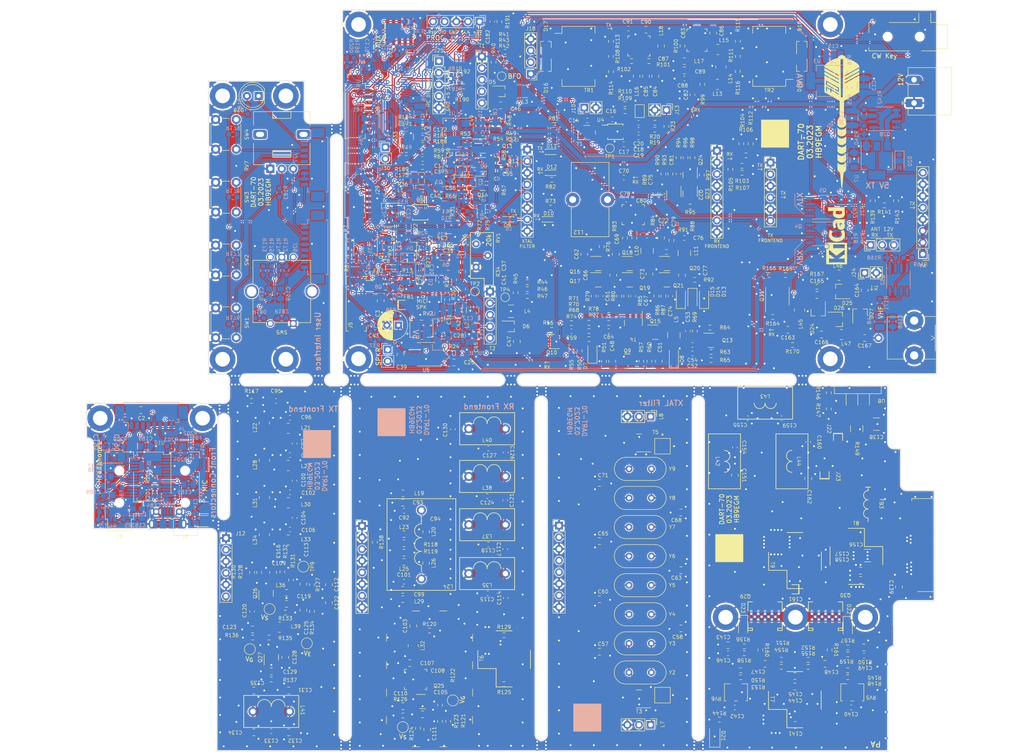
<source format=kicad_pcb>
(kicad_pcb (version 20211014) (generator pcbnew)

  (general
    (thickness 1.6)
  )

  (paper "A4")
  (title_block
    (title "DART-70 TRX")
    (date "2023-03-08")
    (rev "0")
    (company "HB9EGM")
  )

  (layers
    (0 "F.Cu" signal)
    (31 "B.Cu" signal)
    (32 "B.Adhes" user "B.Adhesive")
    (33 "F.Adhes" user "F.Adhesive")
    (34 "B.Paste" user)
    (35 "F.Paste" user)
    (36 "B.SilkS" user "B.Silkscreen")
    (37 "F.SilkS" user "F.Silkscreen")
    (38 "B.Mask" user)
    (39 "F.Mask" user)
    (40 "Dwgs.User" user "User.Drawings")
    (41 "Cmts.User" user "User.Comments")
    (42 "Eco1.User" user "User.Eco1")
    (43 "Eco2.User" user "User.Eco2")
    (44 "Edge.Cuts" user)
    (45 "Margin" user "Edge.Cuts.Setback")
    (46 "B.CrtYd" user "B.Courtyard")
    (47 "F.CrtYd" user "F.Courtyard")
    (48 "B.Fab" user)
    (49 "F.Fab" user)
    (50 "User.1" user "Milling")
    (51 "User.2" user)
    (52 "User.3" user)
    (53 "User.4" user)
    (54 "User.5" user)
    (55 "User.6" user)
    (56 "User.7" user)
    (57 "User.8" user)
    (58 "User.9" user)
  )

  (setup
    (stackup
      (layer "F.SilkS" (type "Top Silk Screen"))
      (layer "F.Paste" (type "Top Solder Paste"))
      (layer "F.Mask" (type "Top Solder Mask") (thickness 0.01))
      (layer "F.Cu" (type "copper") (thickness 0.035))
      (layer "dielectric 1" (type "core") (thickness 1.51) (material "FR4") (epsilon_r 4.5) (loss_tangent 0.02))
      (layer "B.Cu" (type "copper") (thickness 0.035))
      (layer "B.Mask" (type "Bottom Solder Mask") (thickness 0.01))
      (layer "B.Paste" (type "Bottom Solder Paste"))
      (layer "B.SilkS" (type "Bottom Silk Screen"))
      (copper_finish "None")
      (dielectric_constraints no)
    )
    (pad_to_mask_clearance 0)
    (pcbplotparams
      (layerselection 0x0000130_ffffffff)
      (disableapertmacros false)
      (usegerberextensions false)
      (usegerberattributes true)
      (usegerberadvancedattributes true)
      (creategerberjobfile true)
      (svguseinch false)
      (svgprecision 6)
      (excludeedgelayer true)
      (plotframeref false)
      (viasonmask false)
      (mode 1)
      (useauxorigin false)
      (hpglpennumber 1)
      (hpglpenspeed 20)
      (hpglpendiameter 15.000000)
      (dxfpolygonmode true)
      (dxfimperialunits true)
      (dxfusepcbnewfont true)
      (psnegative false)
      (psa4output false)
      (plotreference true)
      (plotvalue true)
      (plotinvisibletext false)
      (sketchpadsonfab false)
      (subtractmaskfromsilk false)
      (outputformat 5)
      (mirror false)
      (drillshape 0)
      (scaleselection 1)
      (outputdirectory "out")
    )
  )

  (net 0 "")
  (net 1 "+12V")
  (net 2 "GND")
  (net 3 "Net-(C1-Pad1)")
  (net 4 "Net-(C3-Pad1)")
  (net 5 "+9VA")
  (net 6 "/MIC")
  (net 7 "Net-(C6-Pad2)")
  (net 8 "+5VA")
  (net 9 "Net-(C1-Pad2)")
  (net 10 "Net-(C2-Pad2)")
  (net 11 "Net-(C4-Pad1)")
  (net 12 "Net-(C14-Pad1)")
  (net 13 "Net-(C14-Pad2)")
  (net 14 "Net-(C15-Pad1)")
  (net 15 "/BFO")
  (net 16 "Net-(C5-Pad1)")
  (net 17 "Net-(C5-Pad2)")
  (net 18 "Net-(C9-Pad2)")
  (net 19 "/Antenna Switch/TX")
  (net 20 "Net-(C18-Pad1)")
  (net 21 "Net-(C18-Pad2)")
  (net 22 "Net-(C19-Pad1)")
  (net 23 "Net-(C21-Pad1)")
  (net 24 "Net-(C20-Pad1)")
  (net 25 "Net-(C20-Pad2)")
  (net 26 "Net-(C22-Pad1)")
  (net 27 "Net-(C23-Pad1)")
  (net 28 "Net-(C23-Pad2)")
  (net 29 "Net-(C25-Pad1)")
  (net 30 "Net-(C21-Pad2)")
  (net 31 "Net-(C26-Pad1)")
  (net 32 "Net-(C22-Pad2)")
  (net 33 "Net-(C26-Pad2)")
  (net 34 "Net-(C28-Pad1)")
  (net 35 "+VRX")
  (net 36 "Net-(C31-Pad1)")
  (net 37 "Net-(C33-Pad1)")
  (net 38 "/Baseband/VAGC")
  (net 39 "Net-(C28-Pad2)")
  (net 40 "Net-(C39-Pad1)")
  (net 41 "Net-(C29-Pad1)")
  (net 42 "Net-(C40-Pad2)")
  (net 43 "Net-(C41-Pad2)")
  (net 44 "Net-(C34-Pad1)")
  (net 45 "/Baseband/SPKR_OUT")
  (net 46 "Net-(C35-Pad1)")
  (net 47 "Net-(C44-Pad2)")
  (net 48 "Net-(C40-Pad1)")
  (net 49 "Net-(C45-Pad2)")
  (net 50 "Net-(C46-Pad1)")
  (net 51 "Net-(C46-Pad2)")
  (net 52 "Net-(C47-Pad1)")
  (net 53 "Net-(C47-Pad2)")
  (net 54 "Net-(C48-Pad1)")
  (net 55 "Net-(C48-Pad2)")
  (net 56 "Net-(C49-Pad1)")
  (net 57 "Net-(C49-Pad2)")
  (net 58 "Net-(C50-Pad1)")
  (net 59 "Net-(C42-Pad2)")
  (net 60 "Net-(C43-Pad1)")
  (net 61 "Net-(C53-Pad1)")
  (net 62 "Net-(C50-Pad2)")
  (net 63 "Net-(C54-Pad2)")
  (net 64 "Net-(C51-Pad1)")
  (net 65 "Net-(C55-Pad2)")
  (net 66 "Net-(C56-Pad2)")
  (net 67 "Net-(C57-Pad2)")
  (net 68 "Net-(C52-Pad2)")
  (net 69 "Net-(C54-Pad1)")
  (net 70 "Net-(C60-Pad2)")
  (net 71 "Net-(C56-Pad1)")
  (net 72 "Net-(C58-Pad2)")
  (net 73 "Net-(C63-Pad2)")
  (net 74 "Net-(C64-Pad2)")
  (net 75 "Net-(C59-Pad1)")
  (net 76 "Net-(C65-Pad2)")
  (net 77 "Net-(C66-Pad2)")
  (net 78 "Net-(C67-Pad2)")
  (net 79 "Net-(C61-Pad2)")
  (net 80 "Net-(C69-Pad1)")
  (net 81 "Net-(C62-Pad1)")
  (net 82 "Net-(C70-Pad2)")
  (net 83 "Net-(C71-Pad2)")
  (net 84 "Net-(C66-Pad1)")
  (net 85 "Net-(C72-Pad2)")
  (net 86 "Net-(C73-Pad2)")
  (net 87 "Net-(C74-Pad2)")
  (net 88 "Net-(C75-Pad2)")
  (net 89 "Net-(C68-Pad2)")
  (net 90 "Net-(C76-Pad2)")
  (net 91 "Net-(C70-Pad1)")
  (net 92 "Net-(C73-Pad1)")
  (net 93 "Net-(C77-Pad1)")
  (net 94 "Net-(C81-Pad1)")
  (net 95 "Net-(C81-Pad2)")
  (net 96 "Net-(C82-Pad1)")
  (net 97 "Net-(C82-Pad2)")
  (net 98 "Net-(C83-Pad2)")
  (net 99 "Net-(C77-Pad2)")
  (net 100 "Net-(C79-Pad1)")
  (net 101 "Net-(C87-Pad2)")
  (net 102 "Net-(C83-Pad1)")
  (net 103 "/70MHz VHF Frontend/VHF_RX")
  (net 104 "/70MHz VHF Frontend/TX_FROM_MIX")
  (net 105 "Net-(C84-Pad2)")
  (net 106 "Net-(C87-Pad1)")
  (net 107 "Net-(C88-Pad2)")
  (net 108 "Net-(C101-Pad2)")
  (net 109 "Net-(C91-Pad2)")
  (net 110 "Net-(C94-Pad1)")
  (net 111 "Net-(C95-Pad2)")
  (net 112 "Net-(C109-Pad2)")
  (net 113 "/70MHz VHF Frontend/+VTX_FE")
  (net 114 "Net-(C111-Pad2)")
  (net 115 "Net-(C103-Pad2)")
  (net 116 "Net-(C104-Pad1)")
  (net 117 "Net-(C114-Pad2)")
  (net 118 "Net-(C105-Pad2)")
  (net 119 "Net-(C110-Pad1)")
  (net 120 "Net-(C120-Pad1)")
  (net 121 "Net-(C120-Pad2)")
  (net 122 "Net-(C121-Pad1)")
  (net 123 "Net-(C125-Pad2)")
  (net 124 "Net-(C126-Pad1)")
  (net 125 "Net-(C128-Pad1)")
  (net 126 "Net-(C128-Pad2)")
  (net 127 "Net-(C129-Pad1)")
  (net 128 "/70MHz VHF Frontend/RX_TO_MIX")
  (net 129 "/70MHz VHF Frontend/VHF_TX")
  (net 130 "Net-(C113-Pad2)")
  (net 131 "VGG1")
  (net 132 "Net-(C114-Pad1)")
  (net 133 "Net-(C116-Pad2)")
  (net 134 "Net-(C117-Pad2)")
  (net 135 "Net-(C119-Pad2)")
  (net 136 "Net-(C144-Pad1)")
  (net 137 "Net-(C144-Pad2)")
  (net 138 "VGG2")
  (net 139 "+3V3")
  (net 140 "/PA 70MHz/VG_5V")
  (net 141 "Net-(C138-Pad1)")
  (net 142 "Net-(C139-Pad1)")
  (net 143 "Net-(C159-Pad2)")
  (net 144 "/Control on separate board/ENC_B")
  (net 145 "/Control on separate board/ENC_A")
  (net 146 "/Control on separate board/3.3V_UI")
  (net 147 "Net-(C139-Pad2)")
  (net 148 "Net-(C171-Pad1)")
  (net 149 "Net-(C172-Pad1)")
  (net 150 "Net-(C147-Pad1)")
  (net 151 "Net-(C148-Pad1)")
  (net 152 "Net-(C151-Pad2)")
  (net 153 "Net-(C165-Pad1)")
  (net 154 "Net-(C154-Pad2)")
  (net 155 "Net-(D5-Pad1)")
  (net 156 "Net-(D5-Pad2)")
  (net 157 "Net-(D6-Pad1)")
  (net 158 "Net-(D6-Pad2)")
  (net 159 "Net-(D7-Pad2)")
  (net 160 "Net-(D8-Pad2)")
  (net 161 "Net-(C153-Pad2)")
  (net 162 "Net-(D10-Pad1)")
  (net 163 "Net-(D9-Pad2)")
  (net 164 "Net-(D11-Pad1)")
  (net 165 "Net-(D10-Pad2)")
  (net 166 "Net-(D13-Pad2)")
  (net 167 "Net-(D14-Pad2)")
  (net 168 "Net-(D15-Pad2)")
  (net 169 "Net-(D16-Pad1)")
  (net 170 "Net-(D16-Pad2)")
  (net 171 "Net-(D16-Pad3)")
  (net 172 "Net-(D17-Pad3)")
  (net 173 "Net-(D18-Pad1)")
  (net 174 "Net-(D18-Pad2)")
  (net 175 "Net-(D18-Pad3)")
  (net 176 "Net-(D19-Pad3)")
  (net 177 "Net-(C152-Pad2)")
  (net 178 "Net-(D21-Pad2)")
  (net 179 "/Control on separate board/STATUSn")
  (net 180 "Net-(D23-Pad2)")
  (net 181 "Net-(FB1-Pad2)")
  (net 182 "Net-(C164-Pad1)")
  (net 183 "Net-(C30-Pad2)")
  (net 184 "Net-(C166-Pad1)")
  (net 185 "Net-(C167-Pad2)")
  (net 186 "Net-(C168-Pad2)")
  (net 187 "Net-(C169-Pad2)")
  (net 188 "Net-(C170-Pad1)")
  (net 189 "/CW_RING")
  (net 190 "/CW_TIP")
  (net 191 "Net-(C173-Pad1)")
  (net 192 "Net-(C30-Pad1)")
  (net 193 "Net-(C174-Pad1)")
  (net 194 "/Baseband/SPKR_DET")
  (net 195 "Net-(C180-Pad2)")
  (net 196 "Net-(C188-Pad2)")
  (net 197 "Net-(C189-Pad2)")
  (net 198 "Net-(D20-Pad1)")
  (net 199 "unconnected-(D26-Pad2)")
  (net 200 "/Baseband/GPIO_XTAL")
  (net 201 "/EN_VRX")
  (net 202 "/EN_VTX")
  (net 203 "Net-(D28-Pad1)")
  (net 204 "/Baseband/CW_KEYn")
  (net 205 "/Baseband/CW_TONE")
  (net 206 "/MIC_PTT")
  (net 207 "/Baseband/SPKR_VOL")
  (net 208 "/MUTE_MICn")
  (net 209 "/SDA")
  (net 210 "/SCL")
  (net 211 "/S_METER")
  (net 212 "/Baseband/VHF_IN")
  (net 213 "/Baseband/VHF_OUT")
  (net 214 "/CLK1")
  (net 215 "unconnected-(D27-Pad2)")
  (net 216 "+VTX")
  (net 217 "Net-(D28-Pad2)")
  (net 218 "unconnected-(J2-PadNC)")
  (net 219 "unconnected-(J2-PadR1)")
  (net 220 "Net-(J2-PadT)")
  (net 221 "/Control on separate board/DISP_LAT")
  (net 222 "/Control on separate board/I2C2_SDA")
  (net 223 "/Control on separate board/I2C2_SCL")
  (net 224 "/Control on separate board/PC14")
  (net 225 "/Control on separate board/PC13")
  (net 226 "unconnected-(J2-PadTN)")
  (net 227 "/Control on separate board/USART1_TX")
  (net 228 "/Control on separate board/USART1_RX")
  (net 229 "/Control on separate board/PB15")
  (net 230 "/Control on separate board/SWCLK")
  (net 231 "/Control on separate board/SWDIO")
  (net 232 "/Control on separate board/RESETn")
  (net 233 "/LO1")
  (net 234 "Net-(L14-Pad1)")
  (net 235 "Net-(J3-PadR)")
  (net 236 "Net-(J3-PadTN)")
  (net 237 "Net-(L21-Pad2)")
  (net 238 "Net-(L23-Pad2)")
  (net 239 "Net-(L25-Pad2)")
  (net 240 "Net-(Q1-Pad2)")
  (net 241 "Net-(J5-Pad4)")
  (net 242 "unconnected-(J8-PadTN)")
  (net 243 "Net-(J15-Pad2)")
  (net 244 "Net-(J17-Pad2)")
  (net 245 "unconnected-(J17-Pad4)")
  (net 246 "unconnected-(J17-Pad5)")
  (net 247 "Net-(J17-Pad7)")
  (net 248 "Net-(J20-Pad5)")
  (net 249 "Net-(Q13-Pad1)")
  (net 250 "Net-(J22-Pad1)")
  (net 251 "Net-(J26-Pad2)")
  (net 252 "Net-(Q16-Pad2)")
  (net 253 "Net-(Q18-Pad2)")
  (net 254 "Net-(J26-Pad3)")
  (net 255 "Net-(J26-Pad5)")
  (net 256 "Net-(Q23-Pad1)")
  (net 257 "Net-(J27-Pad2)")
  (net 258 "/70MHz VHF Frontend/+VRX_FE")
  (net 259 "Net-(J27-Pad3)")
  (net 260 "Net-(J27-Pad4)")
  (net 261 "Net-(J27-Pad5)")
  (net 262 "Net-(J33-Pad1)")
  (net 263 "Net-(J33-Pad4)")
  (net 264 "Net-(R31-Pad2)")
  (net 265 "Net-(L13-Pad1)")
  (net 266 "Net-(L18-Pad1)")
  (net 267 "Net-(L20-Pad2)")
  (net 268 "Net-(L30-Pad2)")
  (net 269 "Net-(L33-Pad2)")
  (net 270 "Net-(Q2-Pad1)")
  (net 271 "Net-(Q3-Pad1)")
  (net 272 "Net-(Q4-Pad4)")
  (net 273 "Net-(Q5-Pad4)")
  (net 274 "Net-(Q8-Pad1)")
  (net 275 "Net-(Q9-Pad1)")
  (net 276 "Net-(Q12-Pad2)")
  (net 277 "Net-(Q13-Pad3)")
  (net 278 "/Control on separate board/BTN0")
  (net 279 "/Control on separate board/BTN1")
  (net 280 "/Control on separate board/BTN2")
  (net 281 "/Control on separate board/BTN3")
  (net 282 "Net-(Q15-Pad1)")
  (net 283 "/Control on separate board/ENC_BTN")
  (net 284 "/Control on separate board/XTAL1")
  (net 285 "/Control on separate board/XTAL2")
  (net 286 "/Control on separate board/PWM_CW")
  (net 287 "/Control on separate board/MUTE_SPKR")
  (net 288 "Net-(Q16-Pad3)")
  (net 289 "/Control on separate board/BOOT0")
  (net 290 "/Control on separate board/BOOT1")
  (net 291 "unconnected-(T3-Pad2)")
  (net 292 "unconnected-(T5-Pad2)")
  (net 293 "unconnected-(TR1-Pad10)")
  (net 294 "unconnected-(TR1-Pad15)")
  (net 295 "unconnected-(TR2-Pad10)")
  (net 296 "unconnected-(TR2-Pad15)")
  (net 297 "Net-(U4-Pad3)")
  (net 298 "Net-(Q20-Pad2)")
  (net 299 "Net-(D22-Pad2)")
  (net 300 "unconnected-(T4-Pad2)")
  (net 301 "/Antenna Switch/RX")
  (net 302 "Net-(Q22-Pad1)")
  (net 303 "Net-(Q25-Pad1)")
  (net 304 "Net-(L27-Pad2)")
  (net 305 "Net-(Q26-Pad4)")
  (net 306 "Net-(Q28-Pad4)")
  (net 307 "Net-(Q30-Pad1)")
  (net 308 "Net-(Q31-Pad5)")
  (net 309 "/Antenna Switch/ANT")
  (net 310 "/Antenna Switch/V_{PIN}")
  (net 311 "Net-(Q31-Pad7)")
  (net 312 "Net-(Q32-Pad4)")
  (net 313 "/TX_to_PA")
  (net 314 "/Baseband/AGC_to_METER")
  (net 315 "Net-(Q32-Pad5)")
  (net 316 "/PA 70MHz/V_{DD}")
  (net 317 "Net-(R32-Pad2)")
  (net 318 "Net-(C137-Pad1)")
  (net 319 "Net-(R37-Pad2)")
  (net 320 "Net-(FB3-Pad1)")
  (net 321 "Net-(R40-Pad1)")
  (net 322 "Net-(C162-Pad2)")
  (net 323 "Net-(R40-Pad2)")
  (net 324 "Net-(R44-Pad1)")
  (net 325 "Net-(Q1-Pad4)")
  (net 326 "Net-(C148-Pad2)")
  (net 327 "Net-(R45-Pad1)")
  (net 328 "Net-(Q29-Pad1)")
  (net 329 "Net-(C147-Pad2)")
  (net 330 "Net-(C163-Pad1)")
  (net 331 "Net-(R103-Pad1)")
  (net 332 "Net-(R110-Pad1)")
  (net 333 "Net-(R111-Pad1)")
  (net 334 "Net-(R121-Pad2)")
  (net 335 "/VOX_PTTn")
  (net 336 "Net-(D11-Pad2)")
  (net 337 "/EN_PA")
  (net 338 "Net-(JP2-Pad2)")
  (net 339 "Net-(R146-Pad1)")
  (net 340 "Net-(R148-Pad1)")
  (net 341 "Net-(R153-Pad1)")
  (net 342 "Net-(R172-Pad1)")
  (net 343 "unconnected-(D24-Pad2)")
  (net 344 "unconnected-(D25-Pad2)")
  (net 345 "Net-(R173-Pad2)")
  (net 346 "Net-(R183-Pad2)")
  (net 347 "/USB Audio/AF_OUT_L")
  (net 348 "/USB Audio/AF_IN")
  (net 349 "Net-(C183-Pad2)")
  (net 350 "Net-(C184-Pad2)")
  (net 351 "/USB Audio/VCC")
  (net 352 "/USB Audio/VDD")
  (net 353 "Net-(R194-Pad2)")
  (net 354 "/USB Audio/AF_OUT_R")
  (net 355 "Net-(R195-Pad2)")
  (net 356 "/USB Audio/XTI")
  (net 357 "/USB Audio/XTO")
  (net 358 "unconnected-(U10-Pad5)")
  (net 359 "/USB Audio/USB_DM")
  (net 360 "/USB Audio/USB_DP")
  (net 361 "unconnected-(U10-Pad6)")
  (net 362 "unconnected-(U10-Pad7)")
  (net 363 "unconnected-(U9-Pad1)")
  (net 364 "Net-(R203-Pad2)")
  (net 365 "Net-(R204-Pad2)")
  (net 366 "unconnected-(U10-Pad24)")
  (net 367 "/Control on separate board/USB_DM")
  (net 368 "/Control on separate board/USB_DP")
  (net 369 "unconnected-(U10-Pad25)")
  (net 370 "unconnected-(U10-Pad28)")
  (net 371 "Net-(C100-Pad2)")
  (net 372 "Net-(C100-Pad1)")
  (net 373 "Net-(C107-Pad1)")
  (net 374 "Net-(Q11-Pad3)")
  (net 375 "Net-(R108-Pad1)")
  (net 376 "Net-(R108-Pad2)")
  (net 377 "Net-(R180-Pad1)")

  (footprint "Capacitor_SMD:C_0603_1608Metric_Pad1.08x0.95mm_HandSolder" (layer "F.Cu") (at 97.536 47.498 180))

  (footprint "Resistor_SMD:R_0603_1608Metric_Pad0.98x0.95mm_HandSolder" (layer "F.Cu") (at 60.325 137.795 -90))

  (footprint "Crystal:Crystal_HC49-U_Vertical" (layer "F.Cu") (at 142.595 140.589))

  (footprint "Resistor_SMD:R_0603_1608Metric_Pad0.98x0.95mm_HandSolder" (layer "F.Cu") (at 190.343 159.156 180))

  (footprint "Resistor_SMD:R_0603_1608Metric_Pad0.98x0.95mm_HandSolder" (layer "F.Cu") (at 156.972 73.914))

  (footprint "Package_SO:MSOP-10_3x3mm_P0.5mm" (layer "F.Cu") (at 97.028 59.182))

  (footprint "mpb:four_4mm_pads_narrow" (layer "F.Cu") (at 178.913 165.76 90))

  (footprint "Potentiometer_SMD:Potentiometer_Bourns_3214W_Vertical" (layer "F.Cu") (at 90.424 59.69 -90))

  (footprint "Potentiometer_SMD:Potentiometer_Bourns_3214W_Vertical" (layer "F.Cu") (at 93.726 67.564 180))

  (footprint "Resistor_SMD:R_0603_1608Metric_Pad0.98x0.95mm_HandSolder" (layer "F.Cu") (at 73.406 146.304 90))

  (footprint "Capacitor_SMD:C_0603_1608Metric_Pad1.08x0.95mm_HandSolder" (layer "F.Cu") (at 111.76 142.367))

  (footprint "Resistor_SMD:R_0603_1608Metric_Pad0.98x0.95mm_HandSolder" (layer "F.Cu") (at 126.1345 40.132))

  (footprint "Capacitor_SMD:C_0603_1608Metric_Pad1.08x0.95mm_HandSolder" (layer "F.Cu") (at 109.728 39.116 90))

  (footprint "Resistor_SMD:R_0603_1608Metric_Pad0.98x0.95mm_HandSolder" (layer "F.Cu") (at 64.008 152.019 180))

  (footprint "Capacitor_SMD:C_0805_2012Metric_Pad1.18x1.45mm_HandSolder" (layer "F.Cu") (at 178.786 162.712 180))

  (footprint "Capacitor_SMD:C_0805_2012Metric_Pad1.18x1.45mm_HandSolder" (layer "F.Cu") (at 178.8075 160.426 180))

  (footprint "Diode_SMD:D_SOD-123F" (layer "F.Cu") (at 153.924 77.978 90))

  (footprint "Resistor_SMD:R_0603_1608Metric_Pad0.98x0.95mm_HandSolder" (layer "F.Cu") (at 115.57 27.173 180))

  (footprint "mpb:PLD-1.5W" (layer "F.Cu") (at 185.517 147.472 180))

  (footprint "Capacitor_SMD:C_0805_2012Metric_Pad1.18x1.45mm_HandSolder" (layer "F.Cu") (at 201.549 140.97 90))

  (footprint "Capacitor_SMD:C_0805_2012Metric_Pad1.18x1.45mm_HandSolder" (layer "F.Cu") (at 60.6845 172.72))

  (footprint "Inductor_SMD:L_1008_2520Metric_Pad1.43x2.20mm_HandSolder" (layer "F.Cu") (at 62.992 105.1825 90))

  (footprint "Package_TO_SOT_SMD:SOT-23" (layer "F.Cu") (at 125.73 87.376 180))

  (footprint "MountingHole:MountingHole_3.2mm_M3_DIN965_Pad" (layer "F.Cu") (at 53.87525 91.252 90))

  (footprint "Resistor_SMD:R_0603_1608Metric_Pad0.98x0.95mm_HandSolder" (layer "F.Cu") (at 113.7135 46.736 90))

  (footprint "TestPoint:TestPoint_Pad_3.0x3.0mm" (layer "F.Cu") (at 149.91 164.597))

  (footprint "Capacitor_SMD:C_0805_2012Metric_Pad1.18x1.45mm_HandSolder" (layer "F.Cu") (at 94.742 157.607 180))

  (footprint "Inductor_SMD:L_1008_2520Metric_Pad1.43x2.20mm_HandSolder" (layer "F.Cu") (at 162.013 23.622))

  (footprint "Connector_PinHeader_1.27mm:PinHeader_2x05_P1.27mm_Vertical_SMD" (layer "F.Cu") (at 92.456 19.558 90))

  (footprint "Capacitor_SMD:C_0805_2012Metric_Pad1.18x1.45mm_HandSolder" (layer "F.Cu") (at 165.735 116.586 -90))

  (footprint "Capacitor_SMD:C_0603_1608Metric_Pad1.08x0.95mm_HandSolder" (layer "F.Cu") (at 107.8715 46.228 90))

  (footprint "Connector_Phoenix_MC_HighVoltage:PhoenixContact_MC_1,5_2-G-5.08_1x02_P5.08mm_Horizontal" (layer "F.Cu") (at 204.8395 35.306 90))

  (footprint "Inductor_SMD:L_1008_2520Metric_Pad1.43x2.20mm_HandSolder" (layer "F.Cu") (at 62.992 129.5665 90))

  (footprint "Connector_PinHeader_2.54mm:PinHeader_1x03_P2.54mm_Vertical" (layer "F.Cu") (at 195.341 66.294 90))

  (footprint "Capacitor_SMD:C_0805_2012Metric_Pad1.18x1.45mm_HandSolder" (layer "F.Cu") (at 149.098 91.694 -90))

  (footprint "Capacitor_SMD:C_0603_1608Metric_Pad1.08x0.95mm_HandSolder" (layer "F.Cu") (at 156.464 33.528 90))

  (footprint "Resistor_SMD:R_0603_1608Metric_Pad0.98x0.95mm_HandSolder" (layer "F.Cu") (at 106.8555 43.434))

  (footprint "Inductor_SMD:L_0805_2012Metric_Pad1.15x1.40mm_HandSolder" (layer "F.Cu") (at 93.472 129.413 180))

  (footprint "TestPoint:TestPoint_Pad_D2.0mm" (layer "F.Cu") (at 72.263 153.289 -90))

  (footprint "Resistor_SMD:R_0603_1608Metric_Pad0.98x0.95mm_HandSolder" (layer "F.Cu") (at 190.373 154.178))

  (footprint "Package_TO_SOT_SMD:SOT-323_SC-70_Handsoldering" (layer "F.Cu") (at 124.46 22.5845 90))

  (footprint "Resistor_SMD:R_0603_1608Metric_Pad0.98x0.95mm_HandSolder" (layer "F.Cu") (at 186.22 98.562 90))

  (footprint "Resistor_SMD:R_0603_1608Metric_Pad0.98x0.95mm_HandSolder" (layer "F.Cu") (at 141.732 64.77 -90))

  (footprint "Capacitor_SMD:C_0603_1608Metric_Pad1.08x0.95mm_HandSolder" (layer "F.Cu") (at 143.51 77.47 90))

  (footprint "Potentiometer_SMD:Potentiometer_Bourns_3214W_Vertical" (layer "F.Cu") (at 165.959 163.982 180))

  (footprint "Capacitor_SMD:C_0805_2012Metric_Pad1.18x1.45mm_HandSolder" (layer "F.Cu") (at 77.089 140.462 90))

  (footprint "Capacitor_SMD:C_0805_2012Metric_Pad1.18x1.45mm_HandSolder" (layer "F.Cu") (at 153.935 124.714 180))

  (footprint "Capacitor_SMD:C_0805_2012Metric_Pad1.18x1.45mm_HandSolder" (layer "F.Cu") (at 146.304 29.464 -90))

  (footprint "Crystal:Crystal_HC49-U_Vertical" (layer "F.Cu") (at 147.495 115.189 180))

  (footprint "Jumper:SolderJumper-2_P1.3mm_Open_TrianglePad1.0x1.5mm" (layer "F.Cu") (at 144.9335 37.084 90))

  (footprint "Capacitor_SMD:C_0805_2012Metric_Pad1.18x1.45mm_HandSolder" (layer "F.Cu") (at 67.818 144.653 180))

  (footprint "Resistor_SMD:R_0603_1608Metric_Pad0.98x0.95mm_HandSolder" (layer "F.Cu") (at 156.464 47.244 -90))

  (footprint "Resistor_SMD:R_0603_1608Metric_Pad0.98x0.95mm_HandSolder" (layer "F.Cu") (at 64.516 161.163 180))

  (footprint "Resistor_SMD:R_0603_1608Metric_Pad0.98x0.95mm_HandSolder" (layer "F.Cu") (at 67.564 146.558))

  (footprint "Capacitor_SMD:C_0805_2012Metric_Pad1.18x1.45mm_HandSolder" (layer "F.Cu")
    (tedit 5F68FEEF) (tstamp 1bafce3e-a05c-40ee-9ab1-dbf1bce75a0d)
    (at 77.089 144.399 -90)
    (descr "Capacitor SMD 0805 (2012 Metric), square (rectangular) end terminal, IPC_7351 nominal with elongated pad for handsoldering. (Body size source: IPC-SM-782 page 76, https://www.pcb-3d.com/wordpress/wp-content/uploads/ipc-sm-782a_amendment_1_and_2.pdf, https://docs.google.com/spreadsheets/d/1BsfQQcO9C6DZCsRaXUlFlo91Tg2WpOkGARC1WS5S8t0/edit?usp=sharing), generated with kicad-footprint-generator")
    (tags "capacitor handsolder")
    (property "MPN" "VJ0805A103KXJTBC")
    (prop
... [7169357 chars truncated]
</source>
